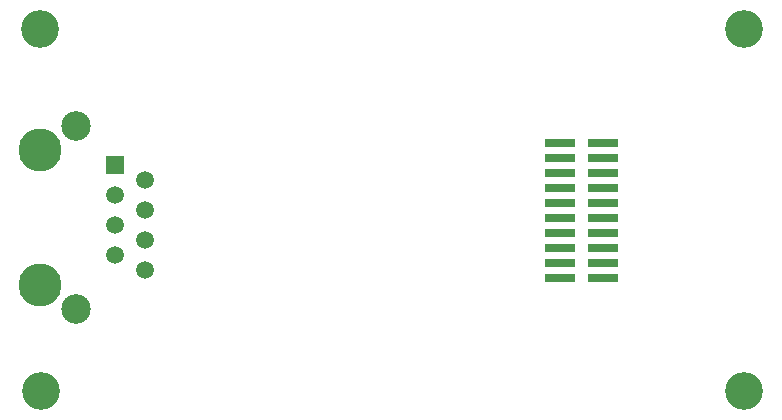
<source format=gbs>
G04 #@! TF.GenerationSoftware,KiCad,Pcbnew,5.1.9*
G04 #@! TF.CreationDate,2021-04-12T08:19:53-03:00*
G04 #@! TF.ProjectId,Controle,436f6e74-726f-46c6-952e-6b696361645f,rev?*
G04 #@! TF.SameCoordinates,Original*
G04 #@! TF.FileFunction,Soldermask,Bot*
G04 #@! TF.FilePolarity,Negative*
%FSLAX46Y46*%
G04 Gerber Fmt 4.6, Leading zero omitted, Abs format (unit mm)*
G04 Created by KiCad (PCBNEW 5.1.9) date 2021-04-12 08:19:53*
%MOMM*%
%LPD*%
G01*
G04 APERTURE LIST*
%ADD10C,3.200000*%
%ADD11R,2.540000X0.750000*%
%ADD12C,3.650000*%
%ADD13R,1.500000X1.500000*%
%ADD14C,1.500000*%
%ADD15C,2.500000*%
G04 APERTURE END LIST*
D10*
X128436400Y-85794000D03*
X128423320Y-55143340D03*
X188012920Y-55119980D03*
X188025000Y-85769980D03*
D11*
X176026280Y-76215320D03*
X172426280Y-76215320D03*
X176026280Y-74945320D03*
X172426280Y-74945320D03*
X176026280Y-73675320D03*
X172426280Y-73675320D03*
X176026280Y-72405320D03*
X172426280Y-72405320D03*
X176026280Y-71135320D03*
X172426280Y-71135320D03*
X176026280Y-69865320D03*
X172426280Y-69865320D03*
X176026280Y-68595320D03*
X172426280Y-68595320D03*
X176026280Y-67325320D03*
X172426280Y-67325320D03*
X176026280Y-66055320D03*
X172426280Y-66055320D03*
X176026280Y-64785320D03*
X172426280Y-64785320D03*
D12*
X128401000Y-76840000D03*
X128401000Y-65410000D03*
D13*
X134751000Y-66680000D03*
D14*
X137291000Y-67950000D03*
X134751000Y-69220000D03*
X137291000Y-70490000D03*
X134751000Y-71760000D03*
X137291000Y-73030000D03*
X134751000Y-74300000D03*
X137291000Y-75570000D03*
D15*
X131451000Y-63375000D03*
X131451000Y-78875000D03*
M02*

</source>
